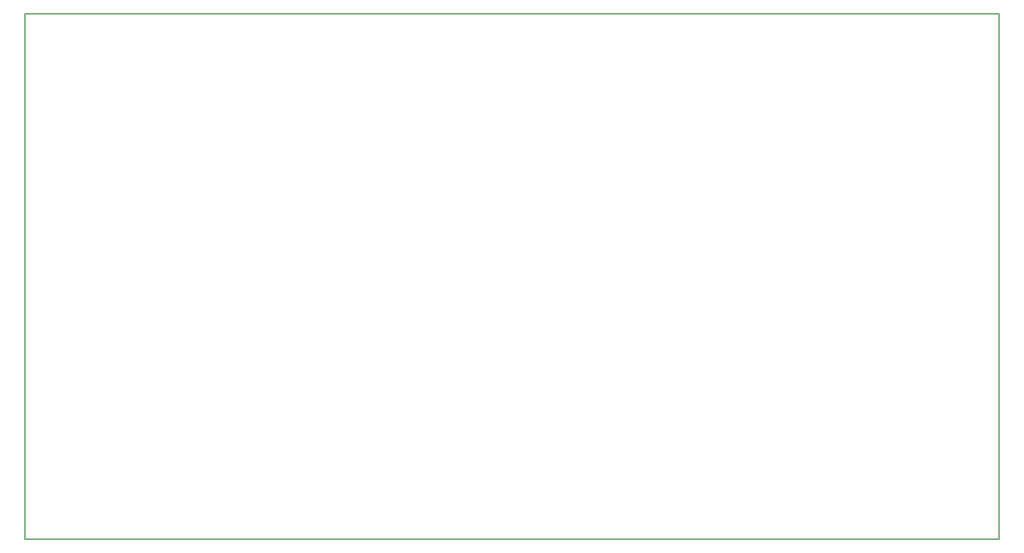
<source format=gbr>
%TF.GenerationSoftware,KiCad,Pcbnew,(5.99.0-1346-gf663f199b)*%
%TF.CreationDate,2020-04-22T12:45:50-04:00*%
%TF.ProjectId,AAMB,41414d42-2e6b-4696-9361-645f70636258,rev?*%
%TF.SameCoordinates,Original*%
%TF.FileFunction,Profile,NP*%
%FSLAX46Y46*%
G04 Gerber Fmt 4.6, Leading zero omitted, Abs format (unit mm)*
G04 Created by KiCad (PCBNEW (5.99.0-1346-gf663f199b)) date 2020-04-22 12:45:50*
%MOMM*%
%LPD*%
G01*
G04 APERTURE LIST*
%TA.AperFunction,Profile*%
%ADD10C,0.200000*%
%TD*%
G04 APERTURE END LIST*
D10*
X67818000Y-126492000D02*
X67818000Y-46101000D01*
X216535000Y-126492000D02*
X67818000Y-126492000D01*
X216535000Y-46101000D02*
X216535000Y-126492000D01*
X67818000Y-46101000D02*
X216535000Y-46101000D01*
M02*

</source>
